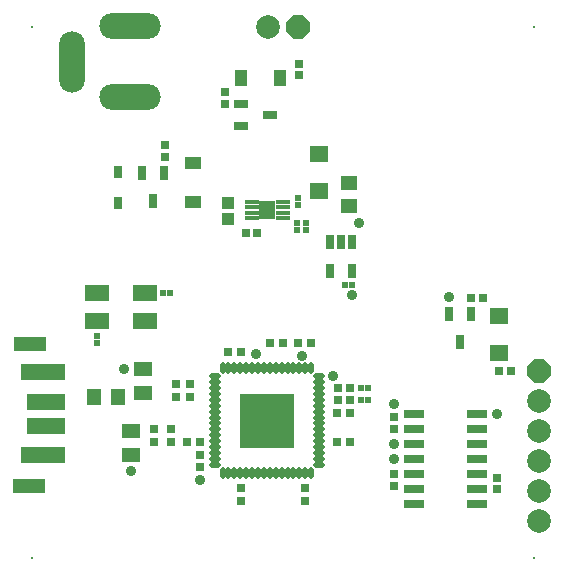
<source format=gts>
G04 Layer_Color=8388736*
%FSLAX43Y43*%
%MOMM*%
G71*
G01*
G75*
%ADD50R,3.203X1.323*%
%ADD51R,3.703X1.323*%
%ADD52R,0.803X0.803*%
%ADD53R,1.703X0.803*%
%ADD54R,0.803X0.803*%
%ADD55R,1.053X1.053*%
%ADD56R,0.503X0.503*%
%ADD57R,0.503X0.503*%
%ADD58R,1.323X1.553*%
%ADD59R,1.203X0.403*%
%ADD60O,1.003X0.453*%
%ADD61O,0.453X1.003*%
%ADD62R,4.603X4.603*%
%ADD63R,0.803X1.203*%
%ADD64R,1.603X1.153*%
%ADD65R,1.453X1.203*%
%ADD66R,1.203X1.453*%
%ADD67R,0.703X1.053*%
%ADD68R,1.423X1.113*%
%ADD69R,1.603X1.403*%
%ADD70R,1.113X1.423*%
%ADD71R,1.203X0.803*%
%ADD72R,2.003X1.403*%
%ADD73C,0.203*%
%ADD74R,2.703X1.203*%
%ADD75C,2.003*%
%ADD76P,2.168X8X292.5*%
%ADD77O,5.203X2.203*%
%ADD78O,2.203X5.203*%
%ADD79P,2.168X8X202.5*%
%ADD80C,0.903*%
%ADD81C,0.703*%
D50*
X3625Y13725D02*
D03*
Y15725D02*
D03*
D51*
X3375Y11225D02*
D03*
Y18225D02*
D03*
D52*
X41825Y8325D02*
D03*
Y9325D02*
D03*
X14225Y12350D02*
D03*
Y13450D02*
D03*
X15825Y17225D02*
D03*
Y16125D02*
D03*
X12825Y12350D02*
D03*
Y13450D02*
D03*
X14675Y17250D02*
D03*
Y16150D02*
D03*
X25600Y7350D02*
D03*
Y8450D02*
D03*
X20125Y7325D02*
D03*
Y8425D02*
D03*
X25050Y43375D02*
D03*
Y44375D02*
D03*
X13700Y37500D02*
D03*
Y36500D02*
D03*
X16650Y11225D02*
D03*
Y10225D02*
D03*
X18800Y41975D02*
D03*
Y40975D02*
D03*
X33100Y9625D02*
D03*
Y8625D02*
D03*
X33150Y13425D02*
D03*
Y14425D02*
D03*
D53*
X34775Y14685D02*
D03*
Y13415D02*
D03*
Y12145D02*
D03*
Y10875D02*
D03*
Y9605D02*
D03*
Y8335D02*
D03*
Y7065D02*
D03*
X40175Y14685D02*
D03*
Y13415D02*
D03*
Y12145D02*
D03*
Y10875D02*
D03*
Y9605D02*
D03*
Y8335D02*
D03*
Y7065D02*
D03*
D54*
X29400Y14825D02*
D03*
X28300D02*
D03*
X20200Y19925D02*
D03*
X19100D02*
D03*
X29400Y12325D02*
D03*
X28300D02*
D03*
X15550D02*
D03*
X16650D02*
D03*
X23725Y20675D02*
D03*
X22625D02*
D03*
X26100D02*
D03*
X25000D02*
D03*
X43025Y18350D02*
D03*
X42025D02*
D03*
X21550Y30050D02*
D03*
X20550D02*
D03*
X28375Y15875D02*
D03*
X29375D02*
D03*
X28375Y16925D02*
D03*
X29375D02*
D03*
X39650Y24550D02*
D03*
X40650D02*
D03*
D55*
X19075Y31200D02*
D03*
Y32600D02*
D03*
D56*
X13550Y24975D02*
D03*
X14150D02*
D03*
X29600Y25600D02*
D03*
X29000D02*
D03*
X30925Y15875D02*
D03*
X30325D02*
D03*
X30925Y16925D02*
D03*
X30325D02*
D03*
D57*
X8000Y21325D02*
D03*
Y20725D02*
D03*
X24950Y32375D02*
D03*
Y32975D02*
D03*
X24900Y30900D02*
D03*
Y30300D02*
D03*
X25700Y30900D02*
D03*
Y30300D02*
D03*
D58*
X22375Y31975D02*
D03*
D59*
X23685Y31300D02*
D03*
Y31750D02*
D03*
Y32200D02*
D03*
Y32650D02*
D03*
X21065Y31300D02*
D03*
Y31750D02*
D03*
Y32200D02*
D03*
Y32650D02*
D03*
D60*
X17925Y17900D02*
D03*
Y17400D02*
D03*
Y16900D02*
D03*
Y16400D02*
D03*
Y15900D02*
D03*
Y15400D02*
D03*
Y14900D02*
D03*
Y14400D02*
D03*
Y13900D02*
D03*
Y13400D02*
D03*
Y12900D02*
D03*
Y12400D02*
D03*
Y11900D02*
D03*
Y11400D02*
D03*
Y10900D02*
D03*
Y10400D02*
D03*
X26775D02*
D03*
Y10900D02*
D03*
Y11400D02*
D03*
Y11900D02*
D03*
Y12400D02*
D03*
Y12900D02*
D03*
Y13400D02*
D03*
Y13900D02*
D03*
Y14400D02*
D03*
Y14900D02*
D03*
Y15400D02*
D03*
Y15900D02*
D03*
Y16400D02*
D03*
Y16900D02*
D03*
Y17400D02*
D03*
Y17900D02*
D03*
D61*
X18600Y9725D02*
D03*
X19100D02*
D03*
X19600D02*
D03*
X20100D02*
D03*
X20600D02*
D03*
X21100D02*
D03*
X21600D02*
D03*
X22100D02*
D03*
X22600D02*
D03*
X23100D02*
D03*
X23600D02*
D03*
X24100D02*
D03*
X24600D02*
D03*
X25100D02*
D03*
X25600D02*
D03*
X26100D02*
D03*
Y18575D02*
D03*
X25600D02*
D03*
X25100D02*
D03*
X24600D02*
D03*
X24100D02*
D03*
X23600D02*
D03*
X23100D02*
D03*
X22600D02*
D03*
X22100D02*
D03*
X21600D02*
D03*
X21100D02*
D03*
X20600D02*
D03*
X20100D02*
D03*
X19600D02*
D03*
X19100D02*
D03*
X18600D02*
D03*
D62*
X22350Y14150D02*
D03*
D63*
X29575Y26850D02*
D03*
X27675D02*
D03*
Y29250D02*
D03*
X28625D02*
D03*
X29575D02*
D03*
X12725Y32700D02*
D03*
X11775Y35100D02*
D03*
X13675D02*
D03*
X38700Y20775D02*
D03*
X37750Y23175D02*
D03*
X39650D02*
D03*
D64*
X11825Y18475D02*
D03*
Y16475D02*
D03*
X10850Y11225D02*
D03*
Y13225D02*
D03*
D65*
X29325Y32300D02*
D03*
Y34300D02*
D03*
D66*
X9750Y16175D02*
D03*
X7750D02*
D03*
D67*
X9750Y32575D02*
D03*
Y35175D02*
D03*
D68*
X16075Y32675D02*
D03*
Y35950D02*
D03*
D69*
X26800Y36725D02*
D03*
Y33625D02*
D03*
X42025Y23000D02*
D03*
Y19900D02*
D03*
D70*
X23475Y43125D02*
D03*
X20200D02*
D03*
D71*
X22600Y40000D02*
D03*
X20200Y39050D02*
D03*
Y40950D02*
D03*
D72*
X12000Y24975D02*
D03*
X8000D02*
D03*
Y22575D02*
D03*
X12000D02*
D03*
D73*
X45000Y2500D02*
D03*
Y47500D02*
D03*
X2500D02*
D03*
Y2500D02*
D03*
D74*
X2325Y20600D02*
D03*
X2250Y8650D02*
D03*
D75*
X45400Y5625D02*
D03*
Y10705D02*
D03*
Y13245D02*
D03*
Y15785D02*
D03*
Y8165D02*
D03*
X22485Y47500D02*
D03*
D76*
X45400Y18325D02*
D03*
D77*
X10775Y41525D02*
D03*
Y47525D02*
D03*
D78*
X5875Y44475D02*
D03*
D79*
X25025Y47500D02*
D03*
D80*
X25325Y19650D02*
D03*
X37775Y24625D02*
D03*
X33150Y15525D02*
D03*
X33125Y12150D02*
D03*
X27950Y17900D02*
D03*
X33100Y10875D02*
D03*
X21450Y19825D02*
D03*
X41800Y14675D02*
D03*
X30125Y30850D02*
D03*
X29600Y24775D02*
D03*
X16650Y9125D02*
D03*
X10850Y9875D02*
D03*
X10225Y18525D02*
D03*
D81*
X20700Y15800D02*
D03*
X21800D02*
D03*
X22900D02*
D03*
X24000D02*
D03*
X20700Y14700D02*
D03*
X21800D02*
D03*
X22900D02*
D03*
X24000D02*
D03*
X20700Y13600D02*
D03*
X21800D02*
D03*
X22900D02*
D03*
X24000D02*
D03*
X20700Y12500D02*
D03*
X21800D02*
D03*
X22900D02*
D03*
X24000D02*
D03*
M02*

</source>
